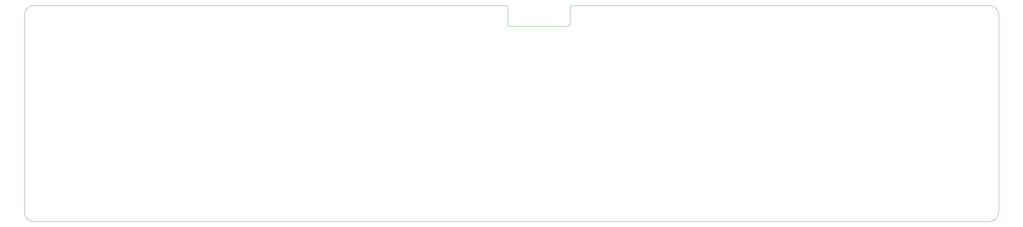
<source format=gbr>
G04 #@! TF.GenerationSoftware,KiCad,Pcbnew,(5.1.7)-1*
G04 #@! TF.CreationDate,2021-01-09T22:52:11+09:00*
G04 #@! TF.ProjectId,barracuda_bottom,62617272-6163-4756-9461-5f626f74746f,rev?*
G04 #@! TF.SameCoordinates,Original*
G04 #@! TF.FileFunction,Profile,NP*
%FSLAX46Y46*%
G04 Gerber Fmt 4.6, Leading zero omitted, Abs format (unit mm)*
G04 Created by KiCad (PCBNEW (5.1.7)-1) date 2021-01-09 22:52:11*
%MOMM*%
%LPD*%
G01*
G04 APERTURE LIST*
G04 #@! TA.AperFunction,Profile*
%ADD10C,0.050000*%
G04 #@! TD*
G04 APERTURE END LIST*
D10*
X172847000Y-40005000D02*
X172847000Y-44513500D01*
X189992000Y-40005000D02*
G75*
G02*
X190627000Y-39370000I635000J0D01*
G01*
X189992000Y-44513500D02*
X189992000Y-40005000D01*
X189992000Y-44513500D02*
G75*
G02*
X189357000Y-45148500I-635000J0D01*
G01*
X172212000Y-39370000D02*
G75*
G02*
X172847000Y-40005000I0J-635000D01*
G01*
X173482000Y-45148500D02*
G75*
G02*
X172847000Y-44513500I0J635000D01*
G01*
X173482000Y-45148500D02*
X189357000Y-45148500D01*
X39370000Y-41910000D02*
G75*
G02*
X41910000Y-39370000I2540000J0D01*
G01*
X172212000Y-39370000D02*
X41910000Y-39370000D01*
X305816000Y-39370000D02*
X190627000Y-39370000D01*
X305816000Y-39370000D02*
G75*
G02*
X308356000Y-41910000I0J-2540000D01*
G01*
X308356000Y-96520000D02*
X308356000Y-41910000D01*
X308356000Y-96520000D02*
G75*
G02*
X305816000Y-99060000I-2540000J0D01*
G01*
X41910000Y-99060000D02*
G75*
G02*
X39370000Y-96520000I0J2540000D01*
G01*
X39370000Y-96520000D02*
X39370000Y-41910000D01*
X41910000Y-99060000D02*
X305816000Y-99060000D01*
M02*

</source>
